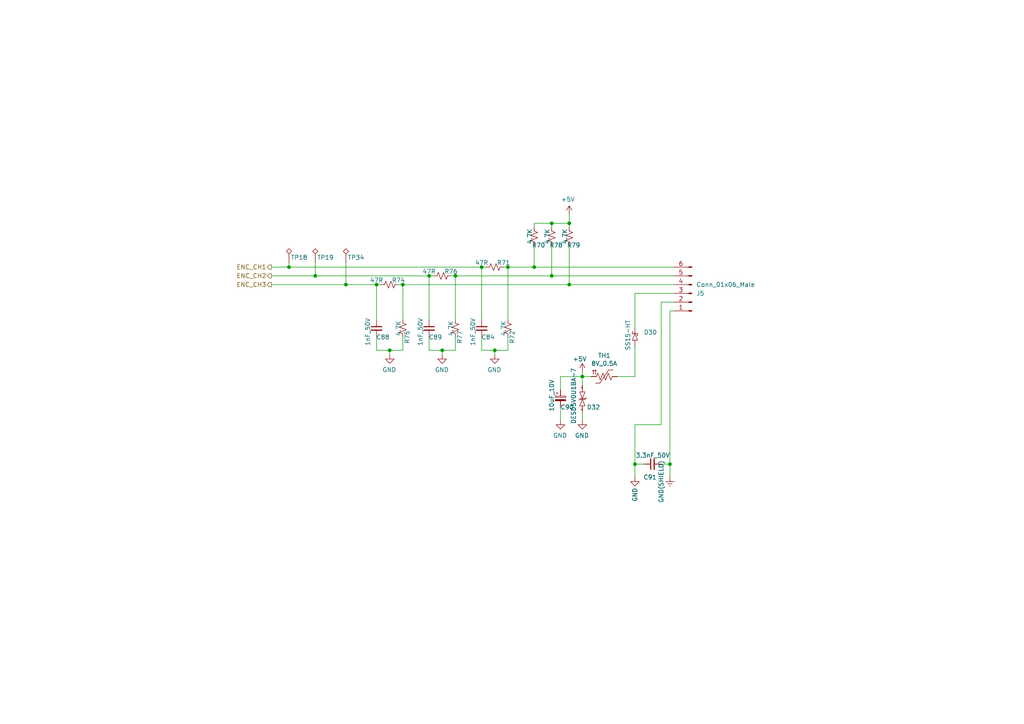
<source format=kicad_sch>
(kicad_sch (version 20231120) (generator "eeschema") (generator_version "8.0")
  (paper "A4")
  (lib_symbols
    (symbol "AKE_Capacitor:Capacitor_Tantalum" (pin_numbers hide) (pin_names (offset 0.254) hide)
      (property "Reference" "C" (at 0.254 1.778 0))
      (property "Value" "Capacitor_Tantalum" (at 0.254 -2.032 0))
      (symbol "Capacitor_Tantalum_0_1"
        (rectangle (start -1.524 -0.3048) (end 1.524 -0.6858) (fill (type outline)))
        (rectangle (start -1.524 0.6858) (end 1.524 0.3048))
        (polyline (pts (xy -1.27 1.524) (xy -0.762 1.524)))
        (polyline (pts (xy -1.016 1.27) (xy -1.016 1.778)))
      )
      (symbol "Capacitor_Tantalum_1_1"
        (pin passive line (at 0 2.54 270) (length 1.8542) (name "~") (number "1"))
        (pin passive line (at 0 -2.54 90) (length 1.8542) (name "~") (number "2"))
      )
    )
    (symbol "AKE_Capacitor:Capacitor_UnPolarised" (pin_numbers hide) (pin_names (offset 0.254) hide)
      (property "Reference" "C" (at 0.254 1.778 0))
      (property "Value" "Capacitor_UnPolarised" (at 0.254 -2.032 0))
      (symbol "Capacitor_UnPolarised_0_1"
        (polyline (pts (xy -1.524 -0.508) (xy 1.524 -0.508)) (stroke (width 0.3302)))
        (polyline (pts (xy -1.524 0.508) (xy 1.524 0.508)) (stroke (width 0.3048)))
      )
      (symbol "Capacitor_UnPolarised_1_1"
        (pin passive line (at 0 2.54 270) (length 2.032) (name "~") (number "1"))
        (pin passive line (at 0 -2.54 90) (length 2.032) (name "~") (number "2"))
      )
    )
    (symbol "AKE_Connector_Socket:Conn_01x06_Male" (pin_names (offset 1.016) hide)
      (property "Reference" "J" (at 0 7.62 0))
      (property "Value" "Conn_01x06_Male" (at 0 -10.16 0))
      (symbol "Conn_01x06_Male_1_1"
        (polyline (pts (xy 1.27 -7.62) (xy 0.8636 -7.62)) (stroke (width 0.1524)))
        (polyline (pts (xy 1.27 -5.08) (xy 0.8636 -5.08)) (stroke (width 0.1524)))
        (polyline (pts (xy 1.27 -2.54) (xy 0.8636 -2.54)) (stroke (width 0.1524)))
        (polyline (pts (xy 1.27 0) (xy 0.8636 0)) (stroke (width 0.1524)))
        (polyline (pts (xy 1.27 2.54) (xy 0.8636 2.54)) (stroke (width 0.1524)))
        (polyline (pts (xy 1.27 5.08) (xy 0.8636 5.08)) (stroke (width 0.1524)))
        (rectangle (start 0.8636 -7.493) (end 0 -7.747) (stroke (width 0.1524)) (fill (type outline)))
        (rectangle (start 0.8636 -4.953) (end 0 -5.207) (stroke (width 0.1524)) (fill (type outline)))
        (rectangle (start 0.8636 -2.413) (end 0 -2.667) (stroke (width 0.1524)) (fill (type outline)))
        (rectangle (start 0.8636 0.127) (end 0 -0.127) (stroke (width 0.1524)) (fill (type outline)))
        (rectangle (start 0.8636 2.667) (end 0 2.413) (stroke (width 0.1524)) (fill (type outline)))
        (rectangle (start 0.8636 5.207) (end 0 4.953) (stroke (width 0.1524)) (fill (type outline)))
        (pin passive line (at 5.08 5.08 180) (length 3.81) (name "Pin_1") (number "1"))
        (pin passive line (at 5.08 2.54 180) (length 3.81) (name "Pin_2") (number "2"))
        (pin passive line (at 5.08 0 180) (length 3.81) (name "Pin_3") (number "3"))
        (pin passive line (at 5.08 -2.54 180) (length 3.81) (name "Pin_4") (number "4"))
        (pin passive line (at 5.08 -5.08 180) (length 3.81) (name "Pin_5") (number "5"))
        (pin passive line (at 5.08 -7.62 180) (length 3.81) (name "Pin_6") (number "6"))
      )
    )
    (symbol "AKE_Device:Test_Point" (pin_numbers hide) (pin_names (offset 0.762) hide)
      (property "Reference" "TP" (at 0 6.858 0))
      (property "Value" "Test_Point" (at 0 5.08 0))
      (symbol "Test_Point_0_1"
        (polyline (pts (xy 0 2.54) (xy -0.762 3.302) (xy 0 4.064) (xy 0.762 3.302) (xy 0 2.54)))
      )
      (symbol "Test_Point_1_1"
        (pin passive line (at 0 0 90) (length 2.54) (name "1") (number "1"))
      )
    )
    (symbol "AKE_Diode:Diode_Schottky" (pin_names (offset 1.016))
      (property "Reference" "D" (at -6.35 1.27 0))
      (property "Value" "Diode_Schottky" (at -5.08 3.81 0))
      (symbol "Diode_Schottky_0_1"
        (polyline (pts (xy 1.27 1.27) (xy 1.524 1.27)) (stroke (width 0.1524)))
        (polyline (pts (xy 1.524 2.032) (xy 1.524 0.508)) (stroke (width 0.1524)))
        (polyline (pts (xy 2.032 2.032) (xy 2.032 1.778)) (stroke (width 0.1524)))
        (polyline (pts (xy 3.81 1.27) (xy 3.429 1.27)) (stroke (width 0.1524)))
        (polyline (pts (xy 1.524 0.508) (xy 1.016 0.508) (xy 1.016 0.762)) (stroke (width 0.1524)))
        (polyline (pts (xy 1.524 2.032) (xy 1.778 2.032) (xy 2.032 2.032)) (stroke (width 0.1524)))
        (polyline (pts (xy 1.524 1.27) (xy 3.429 2.032) (xy 3.429 0.508) (xy 1.524 1.27)) (stroke (width 0.1524)))
      )
      (symbol "Diode_Schottky_1_1"
        (pin passive line (at 0 1.27 0) (length 1.27) (name "~") (number "1"))
        (pin passive line (at 5.08 1.27 180) (length 1.27) (name "~") (number "2"))
      )
    )
    (symbol "AKE_Diode:Diode_TVS_Bidirectional" (pin_names (offset 1.016))
      (property "Reference" "D" (at 0.762 2.921 0))
      (property "Value" "Diode_TVS_Bidirectional" (at 4.318 5.207 0))
      (symbol "Diode_TVS_Bidirectional_0_1"
        (polyline (pts (xy 1.27 1.27) (xy 1.905 1.27)) (stroke (width 0.1524)))
        (polyline (pts (xy 4.064 2.032) (xy 3.556 2.54)) (stroke (width 0.1524)))
        (polyline (pts (xy 4.064 2.032) (xy 4.064 0.508)) (stroke (width 0.1524)))
        (polyline (pts (xy 6.35 1.27) (xy 5.969 1.27)) (stroke (width 0.1524)))
        (polyline (pts (xy 3.81 2.286) (xy 3.81 0.762) (xy 4.318 0.254)) (stroke (width 0.1524)))
        (polyline (pts (xy 3.81 1.27) (xy 1.905 0.508) (xy 1.905 2.032) (xy 3.81 1.27)) (stroke (width 0.1524)))
        (polyline (pts (xy 4.064 1.27) (xy 5.969 2.032) (xy 5.969 0.508) (xy 4.064 1.27)) (stroke (width 0.1524)))
      )
      (symbol "Diode_TVS_Bidirectional_1_1"
        (pin passive line (at 0 1.27 0) (length 1.27) (name "~") (number "1"))
        (pin passive line (at 7.62 1.27 180) (length 1.27) (name "~") (number "2"))
      )
    )
    (symbol "AKE_Power:+5V" (power) (pin_names (offset 0))
      (property "Value" "+5V" (at 0 3.556 0))
      (symbol "+5V_0_1"
        (polyline (pts (xy -0.762 1.27) (xy 0 2.54)))
        (polyline (pts (xy 0 0) (xy 0 2.54)))
        (polyline (pts (xy 0 2.54) (xy 0.762 1.27)))
      )
      (symbol "+5V_1_1"
        (pin power_in line (at 0 0 90) (length 0) hide (name "+5V") (number "1"))
      )
    )
    (symbol "AKE_Power:GND" (power) (pin_names (offset 0))
      (property "Value" "GND" (at 0 -3.81 0))
      (symbol "GND_0_1"
        (polyline (pts (xy 0 0) (xy 0 -1.27) (xy 1.27 -1.27) (xy 0 -2.54) (xy -1.27 -1.27) (xy 0 -1.27)))
      )
      (symbol "GND_1_1"
        (pin power_in line (at 0 0 270) (length 0) hide (name "GND") (number "1"))
      )
    )
    (symbol "AKE_Power:GND(SHIELD)" (power) (pin_names (offset 0))
      (property "Value" "GND(SHIELD)" (at 0 -3.81 0))
      (symbol "GND(SHIELD)_0_1"
        (polyline (pts (xy -0.635 -1.905) (xy 0.635 -1.905)))
        (polyline (pts (xy -0.127 -2.54) (xy 0.127 -2.54)))
        (polyline (pts (xy 0 -1.27) (xy 0 0)))
        (polyline (pts (xy 1.27 -1.27) (xy -1.27 -1.27)))
      )
      (symbol "GND(SHIELD)_1_1"
        (pin power_in line (at 0 0 270) (length 0) hide (name "GND(SHIELD)") (number "1"))
      )
    )
    (symbol "AKE_Resistor:Resistor_US" (pin_numbers hide) (pin_names (offset 0.254) hide)
      (property "Reference" "R" (at 0.762 0.508 0))
      (property "Value" "Resistor_US" (at 0.762 -1.016 0))
      (symbol "Resistor_US_1_1"
        (polyline (pts (xy 0 0) (xy 1.016 -0.381) (xy 0 -0.762) (xy -1.016 -1.143) (xy 0 -1.524)))
        (polyline (pts (xy 0 1.524) (xy 1.016 1.143) (xy 0 0.762) (xy -1.016 0.381) (xy 0 0)))
        (pin passive line (at 0 2.54 270) (length 1.016) (name "~") (number "1"))
        (pin passive line (at 0 -2.54 90) (length 1.016) (name "~") (number "2"))
      )
    )
    (symbol "DC_DCU_v0.1-rescue:PTC_Thermistor_US-AKE_NTC&PTC" (pin_numbers hide) (pin_names (offset 0))
      (property "Reference" "TH" (at 2.54 1.27 90))
      (property "Value" "PTC_Thermistor_US-AKE_NTC&PTC" (at -3.81 -0.635 90))
      (symbol "PTC_Thermistor_US-AKE_NTC&PTC_0_1"
        (polyline (pts (xy -1.905 -3.175) (xy -1.651 -3.429)) (stroke (width 0.1524)))
        (polyline (pts (xy -1.905 -3.175) (xy -1.651 -2.921)) (stroke (width 0.1524)))
        (polyline (pts (xy -1.905 -2.54) (xy -1.651 -2.794)) (stroke (width 0.1524)))
        (polyline (pts (xy -1.905 -2.54) (xy -1.651 -2.286)) (stroke (width 0.1524)))
        (polyline (pts (xy -0.635 -3.175) (xy -1.905 -3.175)) (stroke (width 0.1524)))
        (polyline (pts (xy -0.635 -2.54) (xy -1.905 -2.54)) (stroke (width 0.1524)))
        (polyline (pts (xy 0 -2.286) (xy 0 -2.54)))
        (polyline (pts (xy 0 2.286) (xy 0 2.54)))
        (polyline (pts (xy 1.905 -1.27) (xy 1.905 -2.54)))
        (polyline (pts (xy -1.905 2.54) (xy -1.905 1.27) (xy 1.905 -1.27)))
        (polyline (pts (xy 0 -0.762) (xy 1.016 -1.143) (xy 0 -1.524) (xy -1.016 -1.905) (xy 0 -2.286)))
        (polyline (pts (xy 0 0.762) (xy 1.016 0.381) (xy 0 0) (xy -1.016 -0.381) (xy 0 -0.762)))
        (polyline (pts (xy 0 2.286) (xy 1.016 1.905) (xy 0 1.524) (xy -1.016 1.143) (xy 0 0.762)))
      )
      (symbol "PTC_Thermistor_US-AKE_NTC&PTC_1_1"
        (pin passive line (at 0 3.81 270) (length 1.27) (name "~") (number "1"))
        (pin passive line (at 0 -3.81 90) (length 1.27) (name "~") (number "2"))
      )
    )
  )
  (junction (at 165.1 64.77))
  (junction (at 160.02 64.77))
  (junction (at 194.31 134.62))
  (junction (at 147.32 77.47))
  (junction (at 128.27 101.6))
  (junction (at 100.33 82.55))
  (junction (at 160.02 80.01))
  (junction (at 116.84 82.55))
  (junction (at 83.82 77.47))
  (junction (at 91.44 80.01))
  (junction (at 132.08 80.01))
  (junction (at 109.22 82.55))
  (junction (at 168.91 109.22))
  (junction (at 124.46 80.01))
  (junction (at 154.94 77.47))
  (junction (at 143.51 101.6))
  (junction (at 139.7 77.47))
  (junction (at 113.03 101.6))
  (junction (at 165.1 82.55))
  (junction (at 184.15 134.62))
  (wire (pts (xy 109.22 92.71) (xy 109.22 82.55)))
  (wire (pts (xy 160.02 64.77) (xy 154.94 64.77)))
  (wire (pts (xy 154.94 64.77) (xy 154.94 66.04)))
  (wire (pts (xy 124.46 92.71) (xy 124.46 80.01)))
  (wire (pts (xy 184.15 123.19) (xy 191.77 123.19)))
  (wire (pts (xy 184.15 85.09) (xy 184.15 95.25)))
  (wire (pts (xy 160.02 80.01) (xy 195.58 80.01)))
  (wire (pts (xy 179.07 109.22) (xy 184.15 109.22)))
  (wire (pts (xy 191.77 134.62) (xy 194.31 134.62)))
  (wire (pts (xy 113.03 101.6) (xy 116.84 101.6)))
  (wire (pts (xy 186.69 134.62) (xy 184.15 134.62)))
  (wire (pts (xy 78.74 77.47) (xy 83.82 77.47)))
  (wire (pts (xy 132.08 80.01) (xy 130.81 80.01)))
  (wire (pts (xy 109.22 97.79) (xy 109.22 101.6)))
  (wire (pts (xy 132.08 80.01) (xy 160.02 80.01)))
  (wire (pts (xy 125.73 80.01) (xy 124.46 80.01)))
  (wire (pts (xy 116.84 82.55) (xy 115.57 82.55)))
  (wire (pts (xy 100.33 76.2) (xy 100.33 82.55)))
  (wire (pts (xy 191.77 87.63) (xy 195.58 87.63)))
  (wire (pts (xy 165.1 82.55) (xy 195.58 82.55)))
  (wire (pts (xy 132.08 80.01) (xy 132.08 92.71)))
  (wire (pts (xy 139.7 97.79) (xy 139.7 101.6)))
  (wire (pts (xy 139.7 101.6) (xy 143.51 101.6)))
  (wire (pts (xy 168.91 107.95) (xy 168.91 109.22)))
  (wire (pts (xy 132.08 97.79) (xy 132.08 101.6)))
  (wire (pts (xy 91.44 80.01) (xy 124.46 80.01)))
  (wire (pts (xy 168.91 109.22) (xy 171.45 109.22)))
  (wire (pts (xy 113.03 101.6) (xy 113.03 102.87)))
  (wire (pts (xy 140.97 77.47) (xy 139.7 77.47)))
  (wire (pts (xy 78.74 80.01) (xy 91.44 80.01)))
  (wire (pts (xy 147.32 77.47) (xy 154.94 77.47)))
  (wire (pts (xy 154.94 71.12) (xy 154.94 77.47)))
  (wire (pts (xy 162.56 109.22) (xy 168.91 109.22)))
  (wire (pts (xy 128.27 101.6) (xy 128.27 102.87)))
  (wire (pts (xy 100.33 82.55) (xy 109.22 82.55)))
  (wire (pts (xy 109.22 101.6) (xy 113.03 101.6)))
  (wire (pts (xy 168.91 119.38) (xy 168.91 121.92)))
  (wire (pts (xy 194.31 90.17) (xy 195.58 90.17)))
  (wire (pts (xy 116.84 97.79) (xy 116.84 101.6)))
  (wire (pts (xy 191.77 87.63) (xy 191.77 123.19)))
  (wire (pts (xy 147.32 77.47) (xy 146.05 77.47)))
  (wire (pts (xy 91.44 76.2) (xy 91.44 80.01)))
  (wire (pts (xy 194.31 90.17) (xy 194.31 134.62)))
  (wire (pts (xy 160.02 64.77) (xy 165.1 64.77)))
  (wire (pts (xy 147.32 97.79) (xy 147.32 101.6)))
  (wire (pts (xy 184.15 85.09) (xy 195.58 85.09)))
  (wire (pts (xy 194.31 138.43) (xy 194.31 134.62)))
  (wire (pts (xy 124.46 101.6) (xy 128.27 101.6)))
  (wire (pts (xy 165.1 71.12) (xy 165.1 82.55)))
  (wire (pts (xy 184.15 134.62) (xy 184.15 123.19)))
  (wire (pts (xy 139.7 92.71) (xy 139.7 77.47)))
  (wire (pts (xy 116.84 82.55) (xy 165.1 82.55)))
  (wire (pts (xy 162.56 118.11) (xy 162.56 121.92)))
  (wire (pts (xy 83.82 76.2) (xy 83.82 77.47)))
  (wire (pts (xy 116.84 82.55) (xy 116.84 92.71)))
  (wire (pts (xy 124.46 97.79) (xy 124.46 101.6)))
  (wire (pts (xy 168.91 111.76) (xy 168.91 109.22)))
  (wire (pts (xy 160.02 71.12) (xy 160.02 80.01)))
  (wire (pts (xy 143.51 101.6) (xy 147.32 101.6)))
  (wire (pts (xy 78.74 82.55) (xy 100.33 82.55)))
  (wire (pts (xy 143.51 101.6) (xy 143.51 102.87)))
  (wire (pts (xy 184.15 100.33) (xy 184.15 109.22)))
  (wire (pts (xy 165.1 64.77) (xy 165.1 62.23)))
  (wire (pts (xy 147.32 77.47) (xy 147.32 92.71)))
  (wire (pts (xy 154.94 77.47) (xy 195.58 77.47)))
  (wire (pts (xy 110.49 82.55) (xy 109.22 82.55)))
  (wire (pts (xy 184.15 138.43) (xy 184.15 134.62)))
  (wire (pts (xy 128.27 101.6) (xy 132.08 101.6)))
  (wire (pts (xy 83.82 77.47) (xy 139.7 77.47)))
  (wire (pts (xy 160.02 66.04) (xy 160.02 64.77)))
  (wire (pts (xy 162.56 113.03) (xy 162.56 109.22)))
  (wire (pts (xy 165.1 66.04) (xy 165.1 64.77)))
  (hierarchical_label "ENC_CH3" (shape output) (at 78.74 82.55 180))
  (hierarchical_label "ENC_CH2" (shape output) (at 78.74 80.01 180))
  (hierarchical_label "ENC_CH1" (shape output) (at 78.74 77.47 180))
  (symbol (lib_id "AKE_Diode:Diode_Schottky") (at 182.88 95.25 270) (unit 1)
    (property "Reference" "D30" (at 186.69 96.3929 90) (effects (justify left)))
    (property "Value" "SS15-HT" (at 182.118 92.71 0) (effects (justify left)))
    (property "Footprint" "AKE_Diode_SMD:SMA" (effects (hide yes)))
    (property "MFG P/N" "*" (effects (hide yes)))
  )
  (symbol (lib_id "AKE_Power:GND") (at 143.51 102.87 0) (mirror y) (unit 1)
    (property "Reference" "#PWR0106" (effects (hide yes)))
    (property "Value" "GND" (at 143.383 107.2642 0))
  )
  (symbol (lib_id "AKE_Capacitor:Capacitor_Tantalum") (at 162.56 115.57 0) (unit 1)
    (property "Reference" "C90" (at 162.56 118.11 0) (effects (justify left)))
    (property "Value" "10uF_10V" (at 160.02 119.38 90) (effects (justify left)))
    (property "Footprint" "AKE_Capacitor_SMD:CAP_1206" (effects (hide yes)))
    (property "MFG P/N" "TAJA106K010RNJ" (effects (hide yes)))
  )
  (symbol (lib_id "AKE_Power:GND") (at 113.03 102.87 0) (mirror y) (unit 1)
    (property "Reference" "#PWR0117" (effects (hide yes)))
    (property "Value" "GND" (at 112.903 107.2642 0))
  )
  (symbol (lib_id "AKE_Device:Test_Point") (at 83.82 76.2 0) (unit 1)
    (property "Reference" "TP18" (at 84.328 74.676 0) (effects (justify left)))
    (property "Value" "Test_Point" (effects (hide yes)))
    (property "Footprint" "AKE_PCB:TEST_POINT" (effects (hide yes)))
    (property "Description" "test point (alternative shape)" (effects (hide yes)))
  )
  (symbol (lib_id "AKE_Power:GND") (at 168.91 121.92 0) (mirror y) (unit 1)
    (property "Reference" "#PWR0122" (effects (hide yes)))
    (property "Value" "GND" (at 168.783 126.3142 0))
  )
  (symbol (lib_id "AKE_Resistor:Resistor_US") (at 132.08 95.25 180) (unit 1)
    (property "Reference" "R77" (at 133.35 97.79 90))
    (property "Value" "4.7K" (at 130.81 95.25 90))
    (property "Footprint" "AKE_Resistor_SMD:RES_0603" (effects (hide yes)))
    (property "MFG P/N" "*" (effects (hide yes)))
  )
  (symbol (lib_id "AKE_Capacitor:Capacitor_UnPolarised") (at 109.22 95.25 0) (mirror y) (unit 1)
    (property "Reference" "C88" (at 113.03 97.79 0) (effects (justify left)))
    (property "Value" "1nF_50V" (at 106.68 100.33 90) (effects (justify left)))
    (property "Footprint" "AKE_Capacitor_SMD:CAP_0603" (effects (hide yes)))
    (property "MFG P/N" "*" (effects (hide yes)))
  )
  (symbol (lib_id "AKE_Diode:Diode_TVS_Bidirectional") (at 167.64 111.76 270) (unit 1)
    (property "Reference" "D32" (at 170.18 118.11 90) (effects (justify left)))
    (property "Value" "DESD5V0U1BA-7" (at 166.37 106.68 0) (effects (justify left)))
    (property "Footprint" "AKE_Diode_SMD:SOD-323" (effects (hide yes)))
    (property "MFG P/N" "*" (effects (hide yes)))
  )
  (symbol (lib_id "AKE_Power:GND") (at 162.56 121.92 0) (mirror y) (unit 1)
    (property "Reference" "#PWR0119" (effects (hide yes)))
    (property "Value" "GND" (at 162.433 126.3142 0))
  )
  (symbol (lib_id "AKE_Device:Test_Point") (at 100.33 76.2 0) (unit 1)
    (property "Reference" "TP34" (at 100.838 74.676 0) (effects (justify left)))
    (property "Value" "Test_Point" (effects (hide yes)))
    (property "Footprint" "AKE_PCB:TEST_POINT" (effects (hide yes)))
    (property "Description" "test point (alternative shape)" (effects (hide yes)))
  )
  (symbol (lib_id "AKE_Resistor:Resistor_US") (at 147.32 95.25 180) (unit 1)
    (property "Reference" "R72" (at 148.59 97.79 90))
    (property "Value" "4.7K" (at 146.05 95.25 90))
    (property "Footprint" "AKE_Resistor_SMD:RES_0603" (effects (hide yes)))
    (property "MFG P/N" "*" (effects (hide yes)))
  )
  (symbol (lib_id "AKE_Device:Test_Point") (at 91.44 76.2 0) (unit 1)
    (property "Reference" "TP19" (at 91.948 74.676 0) (effects (justify left)))
    (property "Value" "Test_Point" (effects (hide yes)))
    (property "Footprint" "AKE_PCB:TEST_POINT" (effects (hide yes)))
    (property "Description" "test point (alternative shape)" (effects (hide yes)))
  )
  (symbol (lib_id "AKE_Power:+5V") (at 165.1 62.23 0) (mirror y) (unit 1)
    (property "Reference" "#PWR0120" (effects (hide yes)))
    (property "Value" "+5V" (at 164.719 57.8358 0))
  )
  (symbol (lib_id "AKE_Power:GND(SHIELD)") (at 194.31 138.43 0) (mirror y) (unit 1)
    (property "Reference" "#PWR0124" (effects (hide yes)))
    (property "Value" "GND(SHIELD)" (at 191.77 139.7 90))
  )
  (symbol (lib_id "AKE_Power:GND") (at 128.27 102.87 0) (mirror y) (unit 1)
    (property "Reference" "#PWR0118" (effects (hide yes)))
    (property "Value" "GND" (at 128.143 107.2642 0))
  )
  (symbol (lib_id "AKE_Resistor:Resistor_US") (at 143.51 77.47 270) (unit 1)
    (property "Reference" "R71" (at 146.05 76.2 90))
    (property "Value" "47R" (at 139.7 76.2 90))
    (property "Footprint" "AKE_Resistor_SMD:RES_0603" (effects (hide yes)))
    (property "MFG P/N" "*" (effects (hide yes)))
  )
  (symbol (lib_id "AKE_Capacitor:Capacitor_UnPolarised") (at 139.7 95.25 0) (mirror y) (unit 1)
    (property "Reference" "C84" (at 143.51 97.79 0) (effects (justify left)))
    (property "Value" "1nF_50V" (at 137.16 100.33 90) (effects (justify left)))
    (property "Footprint" "AKE_Capacitor_SMD:CAP_0603" (effects (hide yes)))
    (property "MFG P/N" "*" (effects (hide yes)))
  )
  (symbol (lib_id "AKE_Resistor:Resistor_US") (at 116.84 95.25 180) (unit 1)
    (property "Reference" "R75" (at 118.11 97.79 90))
    (property "Value" "4.7K" (at 115.57 95.25 90))
    (property "Footprint" "AKE_Resistor_SMD:RES_0603" (effects (hide yes)))
    (property "MFG P/N" "*" (effects (hide yes)))
  )
  (symbol (lib_id "AKE_Power:+5V") (at 168.91 107.95 0) (mirror y) (unit 1)
    (property "Reference" "#PWR0121" (effects (hide yes)))
    (property "Value" "+5V" (at 170.18 104.14 0) (effects (justify left)))
  )
  (symbol (lib_id "DC_DCU_v0.1-rescue:PTC_Thermistor_US-AKE_NTC&PTC") (at 175.26 109.22 270) (unit 1)
    (property "Reference" "TH1" (at 175.26 103.124 90))
    (property "Value" "8V_0.5A" (at 175.26 105.4354 90))
    (property "Footprint" "AKE_Resistor_SMD:RES_1206" (effects (hide yes)))
    (property "MFG P/N" "0ZCJ0050FF2G" (effects (hide yes)))
  )
  (symbol (lib_id "AKE_Resistor:Resistor_US") (at 160.02 68.58 180) (unit 1)
    (property "Reference" "R78" (at 161.29 71.12 0))
    (property "Value" "4.7K" (at 158.75 68.58 90))
    (property "Footprint" "AKE_Resistor_SMD:RES_0603" (effects (hide yes)))
    (property "MFG P/N" "*" (effects (hide yes)))
  )
  (symbol (lib_id "AKE_Connector_Socket:Conn_01x06_Male") (at 200.66 85.09 180) (unit 1)
    (property "Reference" "J5" (at 201.93 85.0901 0) (effects (justify right)))
    (property "Value" "Conn_01x06_Male" (at 201.93 82.5501 0) (effects (justify right)))
    (property "Footprint" "AKE_Connector_W2B:TerminalBlock_Phoenix_MKDS-1,5-6_1x06_P5.00mm_Horizontal" (effects (hide yes)))
    (property "Description" "Generic connector, single row, 01x06, script generated (kicad-library-utils/schlib/autogen/connector/)" (effects (hide yes)))
  )
  (symbol (lib_id "AKE_Resistor:Resistor_US") (at 165.1 68.58 180) (unit 1)
    (property "Reference" "R79" (at 166.37 71.12 0))
    (property "Value" "4.7K" (at 163.83 68.58 90))
    (property "Footprint" "AKE_Resistor_SMD:RES_0603" (effects (hide yes)))
    (property "MFG P/N" "*" (effects (hide yes)))
  )
  (symbol (lib_id "AKE_Resistor:Resistor_US") (at 154.94 68.58 180) (unit 1)
    (property "Reference" "R70" (at 156.21 71.12 0))
    (property "Value" "4.7K" (at 153.67 68.58 90))
    (property "Footprint" "AKE_Resistor_SMD:RES_0603" (effects (hide yes)))
    (property "MFG P/N" "*" (effects (hide yes)))
  )
  (symbol (lib_id "AKE_Resistor:Resistor_US") (at 113.03 82.55 270) (unit 1)
    (property "Reference" "R74" (at 115.57 81.28 90))
    (property "Value" "47R" (at 109.22 81.28 90))
    (property "Footprint" "AKE_Resistor_SMD:RES_0603" (effects (hide yes)))
    (property "MFG P/N" "*" (effects (hide yes)))
  )
  (symbol (lib_id "AKE_Capacitor:Capacitor_UnPolarised") (at 189.23 134.62 90) (unit 1)
    (property "Reference" "C91" (at 190.5 138.43 90) (effects (justify left)))
    (property "Value" "3.3nF_50V" (at 194.31 132.08 90) (effects (justify left)))
    (property "Footprint" "AKE_Capacitor_SMD:CAP_0603" (effects (hide yes)))
    (property "MFG P/N" "*" (effects (hide yes)))
  )
  (symbol (lib_id "AKE_Capacitor:Capacitor_UnPolarised") (at 124.46 95.25 0) (mirror y) (unit 1)
    (property "Reference" "C89" (at 128.27 97.79 0) (effects (justify left)))
    (property "Value" "1nF_50V" (at 121.92 100.33 90) (effects (justify left)))
    (property "Footprint" "AKE_Capacitor_SMD:CAP_0603" (effects (hide yes)))
    (property "MFG P/N" "*" (effects (hide yes)))
  )
  (symbol (lib_id "AKE_Power:GND") (at 184.15 138.43 0) (unit 1)
    (property "Reference" "#PWR0123" (effects (hide yes)))
    (property "Value" "GND" (at 184.15 143.51 90))
  )
  (symbol (lib_id "AKE_Resistor:Resistor_US") (at 128.27 80.01 270) (unit 1)
    (property "Reference" "R76" (at 130.81 78.74 90))
    (property "Value" "47R" (at 124.46 78.74 90))
    (property "Footprint" "AKE_Resistor_SMD:RES_0603" (effects (hide yes)))
    (property "MFG P/N" "*" (effects (hide yes)))
  )
)
</source>
